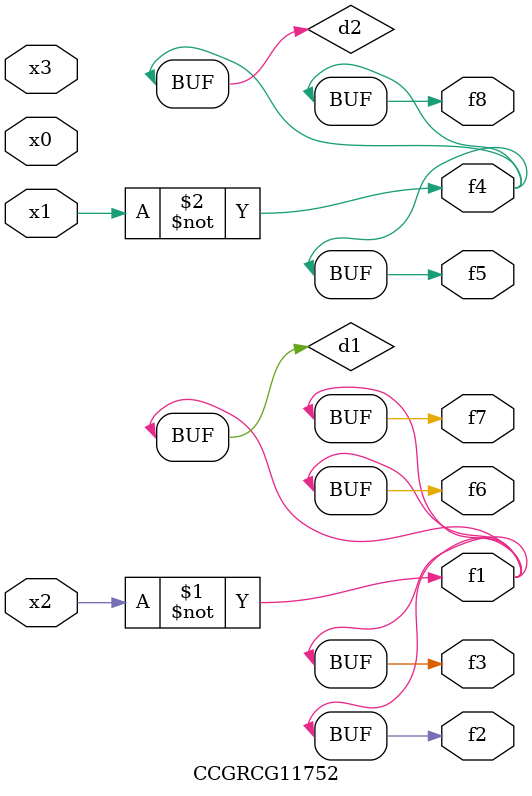
<source format=v>
module CCGRCG11752(
	input x0, x1, x2, x3,
	output f1, f2, f3, f4, f5, f6, f7, f8
);

	wire d1, d2;

	xnor (d1, x2);
	not (d2, x1);
	assign f1 = d1;
	assign f2 = d1;
	assign f3 = d1;
	assign f4 = d2;
	assign f5 = d2;
	assign f6 = d1;
	assign f7 = d1;
	assign f8 = d2;
endmodule

</source>
